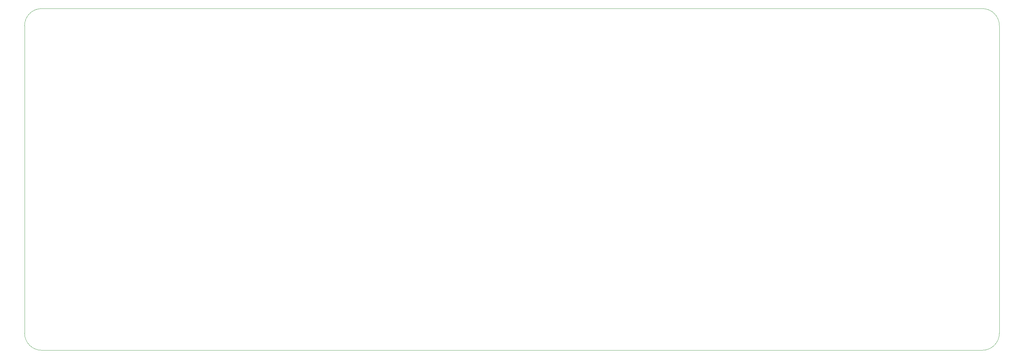
<source format=gbr>
G04 #@! TF.GenerationSoftware,KiCad,Pcbnew,5.1.9-73d0e3b20d~88~ubuntu18.04.1*
G04 #@! TF.CreationDate,2021-02-07T21:55:21-06:00*
G04 #@! TF.ProjectId,keyboard,6b657962-6f61-4726-942e-6b696361645f,rev?*
G04 #@! TF.SameCoordinates,Original*
G04 #@! TF.FileFunction,Profile,NP*
%FSLAX46Y46*%
G04 Gerber Fmt 4.6, Leading zero omitted, Abs format (unit mm)*
G04 Created by KiCad (PCBNEW 5.1.9-73d0e3b20d~88~ubuntu18.04.1) date 2021-02-07 21:55:21*
%MOMM*%
%LPD*%
G01*
G04 APERTURE LIST*
G04 #@! TA.AperFunction,Profile*
%ADD10C,0.100000*%
G04 #@! TD*
G04 APERTURE END LIST*
D10*
X58737500Y-47625000D02*
G75*
G02*
X63500000Y-42862500I4762500J0D01*
G01*
X63500000Y-138112500D02*
G75*
G02*
X58737500Y-133350000I0J4762500D01*
G01*
X330200000Y-133350000D02*
G75*
G02*
X325437500Y-138112500I-4762500J0D01*
G01*
X325437500Y-42862500D02*
G75*
G02*
X330200000Y-47625000I0J-4762500D01*
G01*
X330200000Y-47625000D02*
X330200000Y-133350000D01*
X58737500Y-47625000D02*
X58737500Y-133350000D01*
X325437500Y-138112500D02*
X63500000Y-138112500D01*
X325437500Y-42862500D02*
X63500000Y-42862500D01*
M02*

</source>
